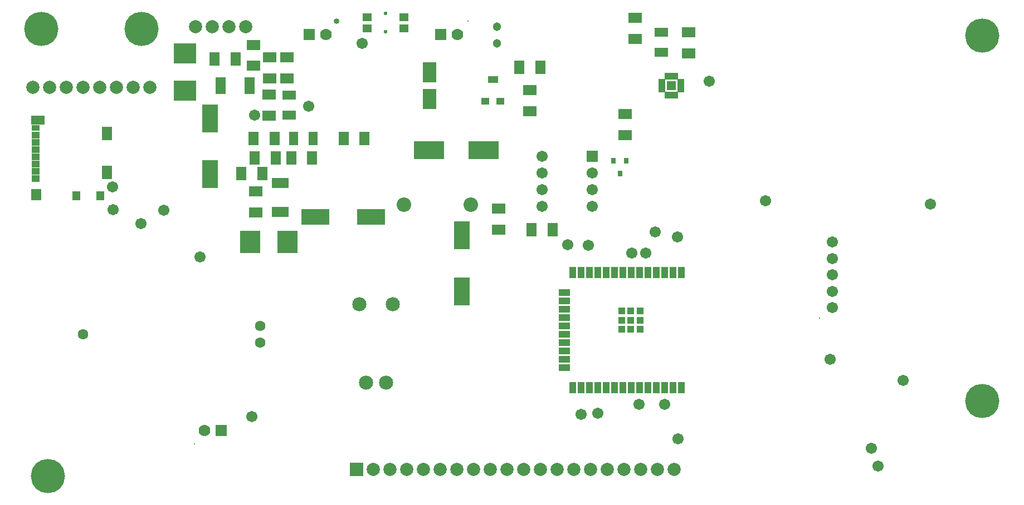
<source format=gts>
G04*
G04 #@! TF.GenerationSoftware,Altium Limited,Altium Designer,23.5.1 (21)*
G04*
G04 Layer_Color=8388736*
%FSLAX44Y44*%
%MOMM*%
G71*
G04*
G04 #@! TF.SameCoordinates,FC4C4C8E-A767-40D1-8FD6-770ACC15EC19*
G04*
G04*
G04 #@! TF.FilePolarity,Negative*
G04*
G01*
G75*
%ADD41R,3.0532X3.4032*%
%ADD42R,2.1032X1.5532*%
%ADD43R,1.6032X0.5032*%
%ADD44R,0.5032X1.6032*%
%ADD45R,1.5532X2.1032*%
%ADD46R,1.1032X1.7032*%
%ADD47R,1.7032X1.1032*%
%ADD48R,2.3532X4.3032*%
%ADD49R,2.0032X1.3532*%
%ADD50R,1.0532X0.5032*%
%ADD51R,0.5032X1.0532*%
%ADD52R,1.4532X1.4532*%
%ADD53R,2.0032X3.1032*%
%ADD54R,1.3532X2.0032*%
%ADD55R,0.8032X0.9032*%
%ADD56R,1.4032X1.2032*%
%ADD57R,4.3032X2.3532*%
%ADD58R,1.3032X1.1032*%
%ADD59R,1.6032X1.1032*%
%ADD60R,4.6032X2.7032*%
%ADD61R,1.5532X1.7532*%
%ADD62R,1.2032X1.4032*%
%ADD63R,1.5532X2.1032*%
%ADD64R,2.0032X1.3732*%
%ADD65R,1.3032X0.9532*%
%ADD66R,1.3032X1.0532*%
%ADD67R,3.4032X3.0532*%
%ADD68R,1.1032X1.1032*%
%ADD69C,2.2032*%
%ADD70C,5.2032*%
%ADD71C,2.1532*%
%ADD72R,2.0032X2.0032*%
%ADD73C,2.0032*%
%ADD74C,0.5782*%
%ADD75C,1.3032*%
%ADD76R,1.7782X1.7782*%
%ADD77C,1.7782*%
%ADD78C,0.2032*%
%ADD79C,1.7032*%
%ADD80R,1.7032X1.7032*%
%ADD81C,1.6032*%
%ADD82C,0.8532*%
D41*
X626960Y916240D02*
D03*
X683960D02*
D03*
D42*
X635460Y961240D02*
D03*
Y993240D02*
D03*
X1212000Y1257000D02*
D03*
Y1225000D02*
D03*
X1293000Y1235000D02*
D03*
Y1203000D02*
D03*
X1197000Y1111000D02*
D03*
Y1079000D02*
D03*
X1052000Y1147000D02*
D03*
Y1115000D02*
D03*
X1005000Y935000D02*
D03*
Y967000D02*
D03*
X632210Y1184180D02*
D03*
Y1216180D02*
D03*
X656340Y1165130D02*
D03*
Y1197130D02*
D03*
X656240Y1140540D02*
D03*
Y1108540D02*
D03*
X683010Y1197130D02*
D03*
Y1165130D02*
D03*
D43*
X582500Y1164000D02*
D03*
Y1159000D02*
D03*
Y1154000D02*
D03*
Y1149000D02*
D03*
Y1144000D02*
D03*
X626500D02*
D03*
Y1149000D02*
D03*
Y1154000D02*
D03*
Y1159000D02*
D03*
Y1164000D02*
D03*
D44*
X663000Y962000D02*
D03*
X668000D02*
D03*
X673000D02*
D03*
X678000D02*
D03*
X683000D02*
D03*
Y1006000D02*
D03*
X678000D02*
D03*
X673000D02*
D03*
X668000D02*
D03*
X663000D02*
D03*
D45*
X769000Y1074000D02*
D03*
X801000D02*
D03*
X1068000Y1182000D02*
D03*
X1036000D02*
D03*
X632000Y1074000D02*
D03*
X664000D02*
D03*
X689460Y1044240D02*
D03*
X721460D02*
D03*
X666165Y1044340D02*
D03*
X634165D02*
D03*
X613820Y1020210D02*
D03*
X645820D02*
D03*
X1055000Y935000D02*
D03*
X1087000D02*
D03*
X605240Y1194540D02*
D03*
X573240D02*
D03*
D46*
X1282600Y869500D02*
D03*
X1269900D02*
D03*
X1257200D02*
D03*
X1244500D02*
D03*
X1231800D02*
D03*
X1219100D02*
D03*
X1206400D02*
D03*
X1193700D02*
D03*
X1181000D02*
D03*
X1168300D02*
D03*
X1155600D02*
D03*
X1142900D02*
D03*
X1130200D02*
D03*
X1117500D02*
D03*
Y694500D02*
D03*
X1130200D02*
D03*
X1142900D02*
D03*
X1155600D02*
D03*
X1168300D02*
D03*
X1181000D02*
D03*
X1193700D02*
D03*
X1206400D02*
D03*
X1219100D02*
D03*
X1231800D02*
D03*
X1244500D02*
D03*
X1257200D02*
D03*
X1269900D02*
D03*
X1282600D02*
D03*
D47*
X1105000Y839150D02*
D03*
Y826450D02*
D03*
Y813750D02*
D03*
Y801050D02*
D03*
Y788350D02*
D03*
Y775650D02*
D03*
Y762950D02*
D03*
Y750250D02*
D03*
Y737550D02*
D03*
Y724850D02*
D03*
D48*
X949000Y841000D02*
D03*
Y926000D02*
D03*
X566170Y1104250D02*
D03*
Y1019250D02*
D03*
D49*
X1252000Y1205000D02*
D03*
Y1235000D02*
D03*
X686240Y1109540D02*
D03*
Y1139540D02*
D03*
D50*
X1281500Y1146500D02*
D03*
Y1151500D02*
D03*
Y1156500D02*
D03*
Y1161500D02*
D03*
X1252500D02*
D03*
Y1156500D02*
D03*
Y1151500D02*
D03*
Y1146500D02*
D03*
D51*
X1274500Y1168500D02*
D03*
X1269500D02*
D03*
X1264500D02*
D03*
X1259500D02*
D03*
Y1139500D02*
D03*
X1264500D02*
D03*
X1269500D02*
D03*
X1274500D02*
D03*
D52*
X1267000Y1154000D02*
D03*
D53*
X899343Y1133971D02*
D03*
Y1173971D02*
D03*
D54*
X723000Y1074000D02*
D03*
X693000D02*
D03*
D55*
X1198500Y1040000D02*
D03*
X1179500D02*
D03*
X1189000Y1020000D02*
D03*
D56*
X805000Y1241500D02*
D03*
Y1258500D02*
D03*
X861000Y1241500D02*
D03*
Y1258500D02*
D03*
D57*
X810750Y954170D02*
D03*
X725750D02*
D03*
D58*
X984500Y1130500D02*
D03*
X1007500D02*
D03*
D59*
X996000Y1163500D02*
D03*
D60*
X981500Y1056000D02*
D03*
X898500D02*
D03*
D61*
X302250Y988400D02*
D03*
D62*
X362500Y986650D02*
D03*
X399500D02*
D03*
D63*
X409250Y1021650D02*
D03*
Y1081350D02*
D03*
D64*
X304500Y1101600D02*
D03*
D65*
X301000Y1089500D02*
D03*
D66*
Y1079000D02*
D03*
Y1068000D02*
D03*
Y1057000D02*
D03*
Y1046000D02*
D03*
Y1035000D02*
D03*
Y1024000D02*
D03*
Y1013000D02*
D03*
D67*
X528240Y1146040D02*
D03*
Y1203040D02*
D03*
D68*
X1219400Y783000D02*
D03*
Y797000D02*
D03*
X1205400D02*
D03*
Y783000D02*
D03*
X1191400D02*
D03*
Y797000D02*
D03*
Y811000D02*
D03*
X1205400D02*
D03*
X1219400D02*
D03*
D69*
X860400Y973000D02*
D03*
X962000D02*
D03*
D70*
X1740000Y674000D02*
D03*
X320000Y560000D02*
D03*
X1740000Y1230000D02*
D03*
X310000Y1240000D02*
D03*
X462400D02*
D03*
D71*
X803000Y702000D02*
D03*
X793000Y821000D02*
D03*
X844000D02*
D03*
X834000Y702000D02*
D03*
D72*
X789200Y570000D02*
D03*
D73*
X814600D02*
D03*
X840000D02*
D03*
X865400D02*
D03*
X890800D02*
D03*
X916200D02*
D03*
X941600D02*
D03*
X967000D02*
D03*
X992400D02*
D03*
X1017800D02*
D03*
X1043200D02*
D03*
X1068600D02*
D03*
X1094000D02*
D03*
X1119400D02*
D03*
X1144800D02*
D03*
X1170200D02*
D03*
X1195600D02*
D03*
X1221000D02*
D03*
X1246400D02*
D03*
X1271800D02*
D03*
X569600Y1244000D02*
D03*
X595000D02*
D03*
X620400D02*
D03*
X544200D02*
D03*
X475100Y1151100D02*
D03*
X449700D02*
D03*
X424300D02*
D03*
X398900D02*
D03*
X373500D02*
D03*
X348100D02*
D03*
X322700D02*
D03*
X297300D02*
D03*
D74*
X833000Y1236250D02*
D03*
Y1263750D02*
D03*
D75*
X1002000Y1218600D02*
D03*
Y1244000D02*
D03*
D76*
X917000Y1232000D02*
D03*
X717000D02*
D03*
X583000Y629000D02*
D03*
D77*
X942000Y1232000D02*
D03*
X742000D02*
D03*
X558000Y629000D02*
D03*
D78*
X958000Y1252000D02*
D03*
X1492000Y800000D02*
D03*
X542000Y609000D02*
D03*
D79*
X1070900Y969900D02*
D03*
Y995300D02*
D03*
Y1020700D02*
D03*
Y1046100D02*
D03*
X1147100Y969900D02*
D03*
Y995300D02*
D03*
Y1020700D02*
D03*
X1512000Y916000D02*
D03*
Y891000D02*
D03*
Y866000D02*
D03*
Y841000D02*
D03*
Y816000D02*
D03*
X1661000Y974000D02*
D03*
X1410000Y979000D02*
D03*
X496000Y964000D02*
D03*
X418000Y1000000D02*
D03*
X1277000Y616000D02*
D03*
X1571000Y602000D02*
D03*
X1130000Y654000D02*
D03*
X1155000Y655000D02*
D03*
X1243000Y931000D02*
D03*
X1581000Y575000D02*
D03*
X461000Y944000D02*
D03*
X797000Y1218000D02*
D03*
X630000Y650000D02*
D03*
X1276100Y924100D02*
D03*
X1508100Y737100D02*
D03*
X1218000Y669000D02*
D03*
X1257000D02*
D03*
X1110000Y912000D02*
D03*
X551000Y893000D02*
D03*
X1325000Y1161000D02*
D03*
X1228000Y899000D02*
D03*
X1206771Y899541D02*
D03*
X1140754Y911000D02*
D03*
X1619491Y705491D02*
D03*
X419000Y965407D02*
D03*
X633731Y1109491D02*
D03*
X716000Y1123000D02*
D03*
D80*
X1147100Y1046100D02*
D03*
D81*
X642000Y762600D02*
D03*
Y788000D02*
D03*
X373000Y775300D02*
D03*
D82*
X758000Y1252000D02*
D03*
M02*

</source>
